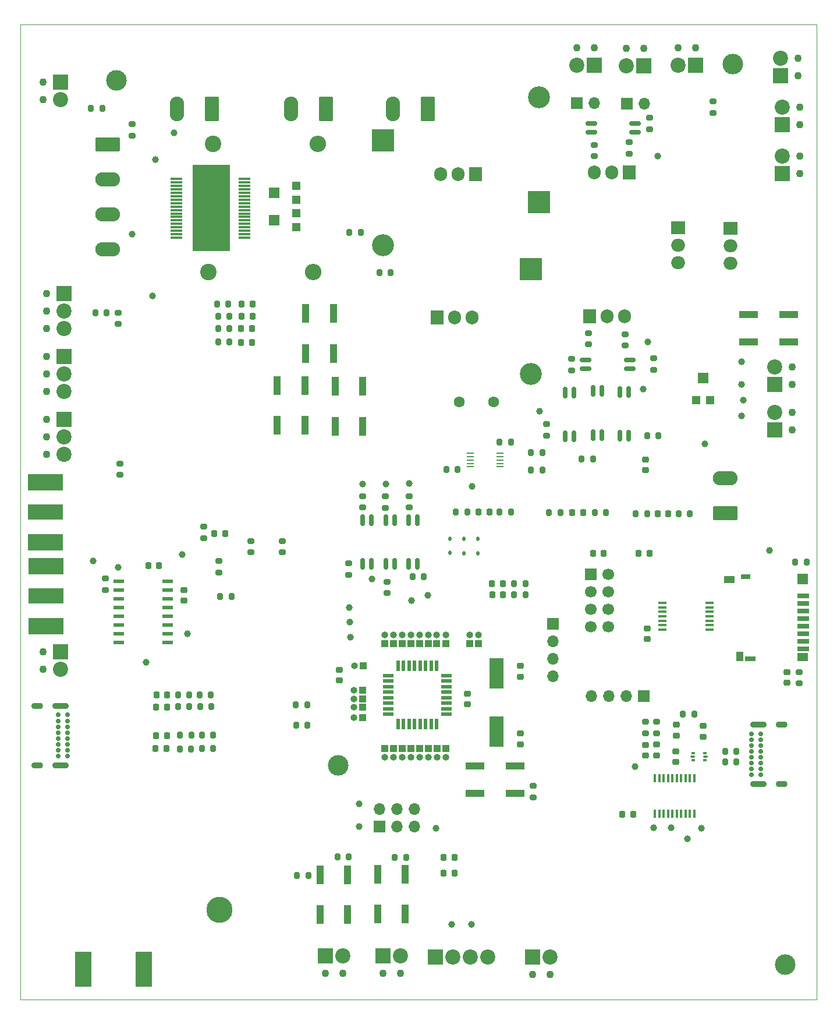
<source format=gbr>
%TF.GenerationSoftware,KiCad,Pcbnew,8.0.1*%
%TF.CreationDate,2024-08-10T17:13:53+02:00*%
%TF.ProjectId,Tracker,54726163-6b65-4722-9e6b-696361645f70,rev?*%
%TF.SameCoordinates,PX5aa5910PY998aa40*%
%TF.FileFunction,Soldermask,Top*%
%TF.FilePolarity,Negative*%
%FSLAX46Y46*%
G04 Gerber Fmt 4.6, Leading zero omitted, Abs format (unit mm)*
G04 Created by KiCad (PCBNEW 8.0.1) date 2024-08-10 17:13:53*
%MOMM*%
%LPD*%
G01*
G04 APERTURE LIST*
G04 Aperture macros list*
%AMRoundRect*
0 Rectangle with rounded corners*
0 $1 Rounding radius*
0 $2 $3 $4 $5 $6 $7 $8 $9 X,Y pos of 4 corners*
0 Add a 4 corners polygon primitive as box body*
4,1,4,$2,$3,$4,$5,$6,$7,$8,$9,$2,$3,0*
0 Add four circle primitives for the rounded corners*
1,1,$1+$1,$2,$3*
1,1,$1+$1,$4,$5*
1,1,$1+$1,$6,$7*
1,1,$1+$1,$8,$9*
0 Add four rect primitives between the rounded corners*
20,1,$1+$1,$2,$3,$4,$5,0*
20,1,$1+$1,$4,$5,$6,$7,0*
20,1,$1+$1,$6,$7,$8,$9,0*
20,1,$1+$1,$8,$9,$2,$3,0*%
G04 Aperture macros list end*
%ADD10RoundRect,0.200000X-0.275000X0.200000X-0.275000X-0.200000X0.275000X-0.200000X0.275000X0.200000X0*%
%ADD11RoundRect,0.218750X-0.218750X-0.256250X0.218750X-0.256250X0.218750X0.256250X-0.218750X0.256250X0*%
%ADD12RoundRect,0.200000X0.200000X0.275000X-0.200000X0.275000X-0.200000X-0.275000X0.200000X-0.275000X0*%
%ADD13C,1.100000*%
%ADD14R,2.200000X2.200000*%
%ADD15C,2.200000*%
%ADD16C,1.000000*%
%ADD17R,5.080000X2.290000*%
%ADD18R,5.080000X2.420000*%
%ADD19R,1.000000X1.000000*%
%ADD20O,1.000000X1.000000*%
%ADD21R,1.000000X2.800000*%
%ADD22RoundRect,0.150000X0.662500X0.150000X-0.662500X0.150000X-0.662500X-0.150000X0.662500X-0.150000X0*%
%ADD23RoundRect,0.200000X0.275000X-0.200000X0.275000X0.200000X-0.275000X0.200000X-0.275000X-0.200000X0*%
%ADD24R,1.200000X0.400000*%
%ADD25RoundRect,0.249999X0.790001X1.550001X-0.790001X1.550001X-0.790001X-1.550001X0.790001X-1.550001X0*%
%ADD26O,2.080000X3.600000*%
%ADD27RoundRect,0.200000X-0.200000X-0.275000X0.200000X-0.275000X0.200000X0.275000X-0.200000X0.275000X0*%
%ADD28R,1.700000X1.700000*%
%ADD29O,1.700000X1.700000*%
%ADD30R,1.750000X0.700000*%
%ADD31R,1.000000X1.450000*%
%ADD32R,1.550000X1.000000*%
%ADD33R,1.500000X0.800000*%
%ADD34R,1.500000X1.300000*%
%ADD35R,1.500000X1.500000*%
%ADD36R,1.400000X0.800000*%
%ADD37RoundRect,0.249999X1.550001X-0.790001X1.550001X0.790001X-1.550001X0.790001X-1.550001X-0.790001X0*%
%ADD38O,3.600000X2.080000*%
%ADD39RoundRect,0.112500X-0.112500X0.187500X-0.112500X-0.187500X0.112500X-0.187500X0.112500X0.187500X0*%
%ADD40RoundRect,0.225000X-0.250000X0.225000X-0.250000X-0.225000X0.250000X-0.225000X0.250000X0.225000X0*%
%ADD41R,3.200000X3.200000*%
%ADD42O,3.200000X3.200000*%
%ADD43RoundRect,0.218750X-0.256250X0.218750X-0.256250X-0.218750X0.256250X-0.218750X0.256250X0.218750X0*%
%ADD44R,1.700000X0.350000*%
%ADD45R,5.394000X12.598400*%
%ADD46C,1.700000*%
%ADD47C,1.600000*%
%ADD48R,1.600000X0.550000*%
%ADD49R,0.550000X1.600000*%
%ADD50R,1.905000X2.000000*%
%ADD51O,1.905000X2.000000*%
%ADD52RoundRect,0.218750X0.218750X0.256250X-0.218750X0.256250X-0.218750X-0.256250X0.218750X-0.256250X0*%
%ADD53R,1.200000X1.200000*%
%ADD54R,1.500000X1.600000*%
%ADD55R,2.000000X4.500000*%
%ADD56RoundRect,0.225000X0.250000X-0.225000X0.250000X0.225000X-0.250000X0.225000X-0.250000X-0.225000X0*%
%ADD57C,2.400000*%
%ADD58O,2.400000X2.400000*%
%ADD59RoundRect,0.093750X-0.156250X-0.093750X0.156250X-0.093750X0.156250X0.093750X-0.156250X0.093750X0*%
%ADD60RoundRect,0.075000X-0.250000X-0.075000X0.250000X-0.075000X0.250000X0.075000X-0.250000X0.075000X0*%
%ADD61C,3.000000*%
%ADD62R,1.100000X0.250000*%
%ADD63RoundRect,0.150000X0.150000X-0.662500X0.150000X0.662500X-0.150000X0.662500X-0.150000X-0.662500X0*%
%ADD64R,2.800000X1.000000*%
%ADD65RoundRect,0.150000X-0.662500X-0.150000X0.662500X-0.150000X0.662500X0.150000X-0.662500X0.150000X0*%
%ADD66RoundRect,0.225000X0.225000X0.250000X-0.225000X0.250000X-0.225000X-0.250000X0.225000X-0.250000X0*%
%ADD67RoundRect,0.225000X-0.225000X-0.250000X0.225000X-0.250000X0.225000X0.250000X-0.225000X0.250000X0*%
%ADD68R,2.000000X1.905000*%
%ADD69O,2.000000X1.905000*%
%ADD70C,0.700000*%
%ADD71O,2.400000X0.900000*%
%ADD72O,1.700000X0.900000*%
%ADD73R,1.500000X0.600000*%
%ADD74R,1.600000X1.500000*%
%ADD75RoundRect,0.249999X-1.550001X0.790001X-1.550001X-0.790001X1.550001X-0.790001X1.550001X0.790001X0*%
%ADD76R,0.400000X1.200000*%
%ADD77RoundRect,0.218750X0.256250X-0.218750X0.256250X0.218750X-0.256250X0.218750X-0.256250X-0.218750X0*%
%ADD78R,2.420000X5.080000*%
%ADD79C,3.800000*%
%TA.AperFunction,Profile*%
%ADD80C,0.100000*%
%TD*%
G04 APERTURE END LIST*
D10*
%TO.C,R10*%
X28875000Y63675000D03*
X28875000Y62025000D03*
%TD*%
D11*
%TO.C,D20*%
X61525000Y18275000D03*
X63100000Y18275000D03*
%TD*%
D12*
%TO.C,R53*%
X47750000Y20675000D03*
X46100000Y20675000D03*
%TD*%
D13*
%TO.C,J27*%
X98225000Y138265000D03*
X95685000Y138265000D03*
D14*
X98225000Y135725000D03*
D15*
X95685000Y135725000D03*
%TD*%
D16*
%TO.C,T10*%
X18270000Y49000000D03*
%TD*%
D10*
%TO.C,R88*%
X56500000Y73100000D03*
X56500000Y71450000D03*
%TD*%
D12*
%TO.C,R19*%
X98001000Y41391000D03*
X96351000Y41391000D03*
%TD*%
D16*
%TO.C,T6*%
X75500000Y85470000D03*
%TD*%
D17*
%TO.C,J20*%
X3650000Y70770000D03*
D18*
X3650000Y75150000D03*
X3650000Y66390000D03*
%TD*%
D11*
%TO.C,D2*%
X19725000Y42450000D03*
X21300000Y42450000D03*
%TD*%
D19*
%TO.C,JP10*%
X55520000Y51695000D03*
D20*
X55520000Y52965000D03*
%TD*%
D16*
%TO.C,T41*%
X10550000Y63650000D03*
%TD*%
%TO.C,T44*%
X105102000Y87086000D03*
%TD*%
D21*
%TO.C,SW3*%
X41350000Y89200000D03*
X41350000Y83400000D03*
X37350000Y89200000D03*
X37350000Y83400000D03*
%TD*%
D22*
%TO.C,U6*%
X89387500Y125990000D03*
X89387500Y127260000D03*
X83012500Y127260000D03*
X83012500Y125990000D03*
%TD*%
D19*
%TO.C,JP23*%
X61870000Y36455000D03*
D20*
X61870000Y35185000D03*
%TD*%
D19*
%TO.C,JP19*%
X56790000Y36455000D03*
D20*
X56790000Y35185000D03*
%TD*%
D23*
%TO.C,R54*%
X90916000Y38651000D03*
X90916000Y40301000D03*
%TD*%
D24*
%TO.C,U18*%
X100250000Y53700000D03*
X100250000Y54350000D03*
X100250000Y55000000D03*
X100250000Y55650000D03*
X100250000Y56300000D03*
X100250000Y56950000D03*
X100250000Y57600000D03*
X93350000Y57600000D03*
X93350000Y56950000D03*
X93350000Y56300000D03*
X93350000Y55650000D03*
X93350000Y55000000D03*
X93350000Y54350000D03*
X93350000Y53700000D03*
%TD*%
D25*
%TO.C,J26*%
X27865000Y129422500D03*
D26*
X22785000Y129422500D03*
%TD*%
D27*
%TO.C,R16*%
X22900000Y42500000D03*
X24550000Y42500000D03*
%TD*%
D28*
%TO.C,J4*%
X77416000Y54574000D03*
D29*
X77416000Y52034000D03*
X77416000Y49494000D03*
X77416000Y46954000D03*
%TD*%
D11*
%TO.C,D24*%
X19712500Y38300000D03*
X21287500Y38300000D03*
%TD*%
D30*
%TO.C,J37*%
X113875000Y58600000D03*
X113875000Y57500000D03*
X113875000Y56400000D03*
X113875000Y55300000D03*
X113875000Y54200000D03*
X113875000Y53100000D03*
X113875000Y52000000D03*
X113875000Y50900000D03*
D31*
X104650000Y49775000D03*
D32*
X103075000Y61000000D03*
D33*
X106150000Y49450000D03*
D34*
X113750000Y49700000D03*
D35*
X113750000Y61050000D03*
D36*
X105500000Y61400000D03*
%TD*%
D37*
%TO.C,J6*%
X102522500Y70660000D03*
D38*
X102522500Y75740000D03*
%TD*%
D27*
%TO.C,R91*%
X95704000Y70576000D03*
X97354000Y70576000D03*
%TD*%
D12*
%TO.C,R38*%
X30370500Y99278000D03*
X28720500Y99278000D03*
%TD*%
D16*
%TO.C,T31*%
X56550000Y74975000D03*
%TD*%
D21*
%TO.C,SW5*%
X43600000Y12275000D03*
X43600000Y18075000D03*
X47600000Y12275000D03*
X47600000Y18075000D03*
%TD*%
D13*
%TO.C,J21*%
X44360000Y3735000D03*
X46900000Y3735000D03*
D14*
X44360000Y6275000D03*
D15*
X46900000Y6275000D03*
%TD*%
D10*
%TO.C,R40*%
X87940000Y96650000D03*
X87940000Y95000000D03*
%TD*%
D27*
%TO.C,R25*%
X71800000Y58800000D03*
X73450000Y58800000D03*
%TD*%
D39*
%TO.C,D4*%
X62450000Y66950000D03*
X62450000Y64850000D03*
%TD*%
D19*
%TO.C,JP9*%
X56790000Y51695000D03*
D20*
X56790000Y52965000D03*
%TD*%
D12*
%TO.C,R67*%
X104149000Y36032000D03*
X102499000Y36032000D03*
%TD*%
D40*
%TO.C,C38*%
X111500000Y47525000D03*
X111500000Y45975000D03*
%TD*%
D10*
%TO.C,R34*%
X88530000Y124560000D03*
X88530000Y122910000D03*
%TD*%
D41*
%TO.C,D6*%
X52760000Y124857500D03*
D42*
X52760000Y109617500D03*
%TD*%
D19*
%TO.C,JP28*%
X61895400Y51695000D03*
D20*
X61895400Y52965000D03*
%TD*%
D43*
%TO.C,D27*%
X92556000Y36986000D03*
X92556000Y35411000D03*
%TD*%
D44*
%TO.C,IC1*%
X22679000Y119192000D03*
X22679000Y118692000D03*
X22679000Y118192000D03*
X22679000Y117692000D03*
X22679000Y117192000D03*
X22679000Y116692000D03*
X22679000Y116192000D03*
X22679000Y115692000D03*
X22679000Y115192000D03*
X22679000Y114692000D03*
X22679000Y114192000D03*
X22679000Y113692000D03*
X22679000Y113192000D03*
X22679000Y112692000D03*
X22679000Y112192000D03*
X22679000Y111692000D03*
X22679000Y111192000D03*
X22679000Y110692000D03*
X32544000Y110692000D03*
X32544000Y111192000D03*
X32544000Y111692000D03*
X32544000Y112192000D03*
X32544000Y112692000D03*
X32544000Y113192000D03*
X32544000Y113692000D03*
X32544000Y114192000D03*
X32544000Y114692000D03*
X32544000Y115192000D03*
X32544000Y115692000D03*
X32544000Y116192000D03*
X32544000Y116692000D03*
X32544000Y117192000D03*
X32544000Y117692000D03*
X32544000Y118192000D03*
X32544000Y118692000D03*
X32544000Y119192000D03*
D45*
X27708500Y114992800D03*
%TD*%
D21*
%TO.C,SW1*%
X45500000Y99675000D03*
X45500000Y93875000D03*
X41500000Y99675000D03*
X41500000Y93875000D03*
%TD*%
D27*
%TO.C,R59*%
X10868000Y99786000D03*
X12518000Y99786000D03*
%TD*%
D28*
%TO.C,U14*%
X82960000Y61740000D03*
D46*
X85500000Y61740000D03*
X82960000Y59200000D03*
X85500000Y59200000D03*
X82960000Y56660000D03*
X85500000Y56660000D03*
X82960000Y54120000D03*
X85500000Y54120000D03*
%TD*%
D19*
%TO.C,JP18*%
X55520000Y36455000D03*
D20*
X55520000Y35185000D03*
%TD*%
D47*
%TO.C,C19*%
X63775000Y86800000D03*
X68775000Y86800000D03*
%TD*%
D12*
%TO.C,R62*%
X64970000Y70830000D03*
X63320000Y70830000D03*
%TD*%
D27*
%TO.C,R108*%
X74242000Y79436000D03*
X75892000Y79436000D03*
%TD*%
D48*
%TO.C,U15*%
X61970000Y41415000D03*
X61970000Y42215000D03*
X61970000Y43015000D03*
X61970000Y43815000D03*
X61970000Y44615000D03*
X61970000Y45415000D03*
X61970000Y46215000D03*
X61970000Y47015000D03*
D49*
X60520000Y48465000D03*
X59720000Y48465000D03*
X58920000Y48465000D03*
X58120000Y48465000D03*
X57320000Y48465000D03*
X56520000Y48465000D03*
X55720000Y48465000D03*
X54920000Y48465000D03*
D48*
X53470000Y47015000D03*
X53470000Y46215000D03*
X53470000Y45415000D03*
X53470000Y44615000D03*
X53470000Y43815000D03*
X53470000Y43015000D03*
X53470000Y42215000D03*
X53470000Y41415000D03*
D49*
X54920000Y39965000D03*
X55720000Y39965000D03*
X56520000Y39965000D03*
X57320000Y39965000D03*
X58120000Y39965000D03*
X58920000Y39965000D03*
X59720000Y39965000D03*
X60520000Y39965000D03*
%TD*%
D50*
%TO.C,Q5*%
X66165000Y119932500D03*
D51*
X63625000Y119932500D03*
X61085000Y119932500D03*
%TD*%
D16*
%TO.C,T42*%
X16225000Y111200000D03*
%TD*%
D52*
%TO.C,D10*%
X33753500Y101056000D03*
X32178500Y101056000D03*
%TD*%
D16*
%TO.C,T17*%
X89390000Y33800000D03*
%TD*%
%TO.C,T51*%
X104848000Y84800000D03*
%TD*%
D13*
%TO.C,J36*%
X112214000Y82768000D03*
X112214000Y85308000D03*
D14*
X109674000Y82768000D03*
D15*
X109674000Y85308000D03*
%TD*%
D27*
%TO.C,R23*%
X81625000Y78525000D03*
X83275000Y78525000D03*
%TD*%
D10*
%TO.C,R87*%
X53100000Y73075000D03*
X53100000Y71425000D03*
%TD*%
%TO.C,R86*%
X53286000Y60670000D03*
X53286000Y59020000D03*
%TD*%
D53*
%TO.C,RV2*%
X40150000Y116175000D03*
D54*
X36900000Y117175000D03*
D53*
X40150000Y118175000D03*
%TD*%
D55*
%TO.C,Y1*%
X69220000Y47390000D03*
X69220000Y38890000D03*
%TD*%
D52*
%TO.C,D18*%
X68197000Y70830000D03*
X66622000Y70830000D03*
%TD*%
D56*
%TO.C,C24*%
X95426000Y38311000D03*
X95426000Y39861000D03*
%TD*%
D19*
%TO.C,JP1*%
X49730000Y44922000D03*
D20*
X48460000Y44922000D03*
%TD*%
D40*
%TO.C,C6*%
X72720000Y48415000D03*
X72720000Y46865000D03*
%TD*%
D27*
%TO.C,R15*%
X26100000Y42500000D03*
X27750000Y42500000D03*
%TD*%
D12*
%TO.C,R26*%
X30375000Y95500000D03*
X28725000Y95500000D03*
%TD*%
D10*
%TO.C,R89*%
X49750000Y73100000D03*
X49750000Y71450000D03*
%TD*%
D19*
%TO.C,JP27*%
X60498400Y51695000D03*
D20*
X60498400Y52965000D03*
%TD*%
D23*
%TO.C,R28*%
X92125000Y91500000D03*
X92125000Y93150000D03*
%TD*%
D57*
%TO.C,R80*%
X27975000Y124275000D03*
D58*
X43215000Y124275000D03*
%TD*%
D28*
%TO.C,JP8*%
X80885000Y130200000D03*
D29*
X83425000Y130200000D03*
%TD*%
D19*
%TO.C,JP3*%
X49730000Y43652000D03*
D20*
X48460000Y43652000D03*
%TD*%
D13*
%TO.C,J35*%
X112214000Y89372000D03*
X112214000Y91912000D03*
D14*
X109674000Y89372000D03*
D15*
X109674000Y91912000D03*
%TD*%
D12*
%TO.C,R12*%
X41725000Y39825000D03*
X40075000Y39825000D03*
%TD*%
D11*
%TO.C,D9*%
X32100000Y95475000D03*
X33675000Y95475000D03*
%TD*%
D16*
%TO.C,T26*%
X56850000Y57950000D03*
%TD*%
D23*
%TO.C,R46*%
X74575000Y29325000D03*
X74575000Y30975000D03*
%TD*%
%TO.C,R35*%
X83425000Y122525000D03*
X83425000Y124175000D03*
%TD*%
D16*
%TO.C,T13*%
X91260000Y95530000D03*
%TD*%
D12*
%TO.C,R30*%
X92800000Y81900000D03*
X91150000Y81900000D03*
%TD*%
%TO.C,R68*%
X104149000Y34508000D03*
X102499000Y34508000D03*
%TD*%
D19*
%TO.C,JP14*%
X49728800Y42424000D03*
D20*
X48458800Y42424000D03*
%TD*%
D59*
%TO.C,U20*%
X97814000Y35778000D03*
D60*
X97739000Y35240500D03*
D59*
X97814000Y34703000D03*
X99514000Y34703000D03*
D60*
X99589000Y35240500D03*
D59*
X99514000Y35778000D03*
%TD*%
D10*
%TO.C,R84*%
X47698000Y63336000D03*
X47698000Y61686000D03*
%TD*%
D27*
%TO.C,R73*%
X23199406Y38340000D03*
X24849406Y38340000D03*
%TD*%
D61*
%TO.C,H3*%
X111198000Y5044000D03*
%TD*%
D13*
%TO.C,J23*%
X90675000Y138215000D03*
X88135000Y138215000D03*
D14*
X90675000Y135675000D03*
D15*
X88135000Y135675000D03*
%TD*%
D16*
%TO.C,T9*%
X24280000Y53090000D03*
%TD*%
D62*
%TO.C,U28*%
X65437000Y79366000D03*
X65437000Y78866000D03*
X65437000Y78366000D03*
X65437000Y77866000D03*
X65437000Y77366000D03*
X69737000Y77366000D03*
X69737000Y77866000D03*
X69737000Y78366000D03*
X69737000Y78866000D03*
X69737000Y79366000D03*
%TD*%
D27*
%TO.C,R47*%
X83500000Y70677500D03*
X85150000Y70677500D03*
%TD*%
D23*
%TO.C,R60*%
X26620000Y67005000D03*
X26620000Y68655000D03*
%TD*%
D27*
%TO.C,R107*%
X40206000Y17998000D03*
X41856000Y17998000D03*
%TD*%
D16*
%TO.C,T28*%
X19600000Y122000000D03*
%TD*%
D63*
%TO.C,U5*%
X83265000Y82012500D03*
X84535000Y82012500D03*
X84535000Y88387500D03*
X83265000Y88387500D03*
%TD*%
D39*
%TO.C,D5*%
X64475000Y66925000D03*
X64475000Y64825000D03*
%TD*%
D16*
%TO.C,T50*%
X99514000Y80736000D03*
%TD*%
D12*
%TO.C,R24*%
X30235000Y101056000D03*
X28585000Y101056000D03*
%TD*%
D17*
%TO.C,J2*%
X3690000Y58570000D03*
D18*
X3690000Y62950000D03*
X3690000Y54190000D03*
%TD*%
D16*
%TO.C,T45*%
X65590000Y10835000D03*
%TD*%
D19*
%TO.C,JP22*%
X60600000Y36455000D03*
D20*
X60600000Y35185000D03*
%TD*%
D19*
%TO.C,JP20*%
X58060000Y36455000D03*
D20*
X58060000Y35185000D03*
%TD*%
D64*
%TO.C,SW4*%
X71925000Y29925000D03*
X66125000Y29925000D03*
X71925000Y33925000D03*
X66125000Y33925000D03*
%TD*%
D19*
%TO.C,JP2*%
X58060000Y51695000D03*
D20*
X58060000Y52965000D03*
%TD*%
D65*
%TO.C,U9*%
X82210000Y92880000D03*
X82210000Y91610000D03*
X88585000Y91610000D03*
X88585000Y92880000D03*
%TD*%
D28*
%TO.C,J8*%
X52210000Y25110000D03*
D29*
X52210000Y27650000D03*
X54750000Y25110000D03*
X54750000Y27650000D03*
X57290000Y25110000D03*
X57290000Y27650000D03*
%TD*%
D16*
%TO.C,T36*%
X104848000Y92674000D03*
%TD*%
%TO.C,T16*%
X94616000Y24901000D03*
%TD*%
%TO.C,T30*%
X49800000Y74875000D03*
%TD*%
%TO.C,T2*%
X90600000Y88650000D03*
%TD*%
D19*
%TO.C,JP24*%
X66620000Y51665000D03*
D20*
X66620000Y52935000D03*
%TD*%
D63*
%TO.C,U25*%
X53145000Y63237500D03*
X54415000Y63237500D03*
X54415000Y69612500D03*
X53145000Y69612500D03*
%TD*%
D66*
%TO.C,C3*%
X20140000Y63020000D03*
X18590000Y63020000D03*
%TD*%
D63*
%TO.C,U7*%
X87165000Y81887500D03*
X88435000Y81887500D03*
X88435000Y88262500D03*
X87165000Y88262500D03*
%TD*%
D11*
%TO.C,D12*%
X32090000Y97455000D03*
X33665000Y97455000D03*
%TD*%
D16*
%TO.C,T22*%
X47900000Y54800000D03*
%TD*%
D50*
%TO.C,Q6*%
X82800000Y99220000D03*
D51*
X85340000Y99220000D03*
X87880000Y99220000D03*
%TD*%
D12*
%TO.C,R37*%
X30375000Y97450000D03*
X28725000Y97450000D03*
%TD*%
D67*
%TO.C,C21*%
X89925000Y64775000D03*
X91475000Y64775000D03*
%TD*%
D27*
%TO.C,R50*%
X69670000Y70830000D03*
X71320000Y70830000D03*
%TD*%
D12*
%TO.C,R74*%
X24805000Y36370000D03*
X23155000Y36370000D03*
%TD*%
D23*
%TO.C,R96*%
X14170000Y98136000D03*
X14170000Y99786000D03*
%TD*%
D64*
%TO.C,SW7*%
X105906000Y99532000D03*
X111706000Y99532000D03*
X105906000Y95532000D03*
X111706000Y95532000D03*
%TD*%
D63*
%TO.C,U23*%
X49785000Y63250000D03*
X51055000Y63250000D03*
X51055000Y69625000D03*
X49785000Y69625000D03*
%TD*%
D66*
%TO.C,C28*%
X84800000Y64800000D03*
X83250000Y64800000D03*
%TD*%
D43*
%TO.C,D25*%
X99306000Y39708500D03*
X99306000Y38133500D03*
%TD*%
D52*
%TO.C,D1*%
X29780000Y67660000D03*
X28205000Y67660000D03*
%TD*%
D13*
%TO.C,J19*%
X52700000Y3775000D03*
X55240000Y3775000D03*
D14*
X52700000Y6315000D03*
D15*
X55240000Y6315000D03*
%TD*%
D21*
%TO.C,SW6*%
X51940000Y12375000D03*
X51940000Y18175000D03*
X55940000Y12375000D03*
X55940000Y18175000D03*
%TD*%
D27*
%TO.C,R109*%
X74242000Y76926000D03*
X75892000Y76926000D03*
%TD*%
%TO.C,R94*%
X26039406Y44250000D03*
X27689406Y44250000D03*
%TD*%
D39*
%TO.C,D3*%
X66500000Y66925000D03*
X66500000Y64825000D03*
%TD*%
D19*
%TO.C,JP11*%
X54250000Y51695000D03*
D20*
X54250000Y52965000D03*
%TD*%
D52*
%TO.C,D17*%
X81825000Y70727500D03*
X80250000Y70727500D03*
%TD*%
D16*
%TO.C,T35*%
X104848000Y89372000D03*
%TD*%
D27*
%TO.C,R22*%
X71800000Y60400000D03*
X73450000Y60400000D03*
%TD*%
D14*
%TO.C,J18*%
X60340000Y6135000D03*
D15*
X62880000Y6135000D03*
X65420000Y6135000D03*
X67960000Y6135000D03*
%TD*%
D23*
%TO.C,R104*%
X14440000Y76190000D03*
X14440000Y77840000D03*
%TD*%
D16*
%TO.C,T46*%
X65637000Y74516000D03*
%TD*%
D10*
%TO.C,R31*%
X91470000Y128090000D03*
X91470000Y126440000D03*
%TD*%
D27*
%TO.C,R85*%
X57033000Y61432000D03*
X58683000Y61432000D03*
%TD*%
D13*
%TO.C,J25*%
X83470000Y138260000D03*
X80930000Y138260000D03*
D14*
X83470000Y135720000D03*
D15*
X80930000Y135720000D03*
%TD*%
D10*
%TO.C,R4*%
X12340000Y61140000D03*
X12340000Y59490000D03*
%TD*%
D57*
%TO.C,R79*%
X27305000Y105700000D03*
D58*
X42545000Y105700000D03*
%TD*%
D16*
%TO.C,T32*%
X53150000Y74900000D03*
%TD*%
D13*
%TO.C,J29*%
X113315000Y127092000D03*
X113315000Y129632000D03*
D14*
X110775000Y127092000D03*
D15*
X110775000Y129632000D03*
%TD*%
D25*
%TO.C,J33*%
X59240000Y129397500D03*
D26*
X54160000Y129397500D03*
%TD*%
D13*
%TO.C,J32*%
X3756000Y93436000D03*
X3756000Y90896000D03*
X3756000Y88356000D03*
D14*
X6296000Y93436000D03*
D15*
X6296000Y90896000D03*
X6296000Y88356000D03*
%TD*%
D66*
%TO.C,C41*%
X89113000Y26888000D03*
X87563000Y26888000D03*
%TD*%
D11*
%TO.C,D14*%
X32153000Y99278000D03*
X33728000Y99278000D03*
%TD*%
D10*
%TO.C,R78*%
X113300000Y47550000D03*
X113300000Y45900000D03*
%TD*%
D53*
%TO.C,RV3*%
X40125000Y112200000D03*
D54*
X36875000Y113200000D03*
D53*
X40125000Y114200000D03*
%TD*%
D19*
%TO.C,JP12*%
X52980000Y51695000D03*
D20*
X52980000Y52965000D03*
%TD*%
D16*
%TO.C,T37*%
X108912000Y65242000D03*
%TD*%
D27*
%TO.C,R106*%
X26350000Y36400000D03*
X28000000Y36400000D03*
%TD*%
D19*
%TO.C,JP25*%
X65350000Y51665000D03*
D20*
X65350000Y52935000D03*
%TD*%
D12*
%TO.C,R3*%
X56100000Y20575000D03*
X54450000Y20575000D03*
%TD*%
D16*
%TO.C,T29*%
X22298000Y125948000D03*
%TD*%
D27*
%TO.C,R29*%
X47826000Y111470000D03*
X49476000Y111470000D03*
%TD*%
D68*
%TO.C,Q2*%
X103270000Y112040000D03*
D69*
X103270000Y109500000D03*
X103270000Y106960000D03*
%TD*%
D12*
%TO.C,R111*%
X71320000Y80990000D03*
X69670000Y80990000D03*
%TD*%
D16*
%TO.C,T24*%
X47950000Y52625000D03*
%TD*%
D25*
%TO.C,J7*%
X44455000Y129375000D03*
D26*
X39375000Y129375000D03*
%TD*%
D41*
%TO.C,D15*%
X74270000Y106120000D03*
D42*
X74270000Y90880000D03*
%TD*%
D70*
%TO.C,J3*%
X106350000Y32590000D03*
X106350000Y33440000D03*
X106350000Y34290000D03*
X106350000Y35140000D03*
X106350000Y35990000D03*
X106350000Y36840000D03*
X106350000Y37690000D03*
X106350000Y38540000D03*
X107700000Y38540000D03*
X107700000Y37690000D03*
X107700000Y36840000D03*
X107700000Y35990000D03*
X107700000Y35140000D03*
X107700000Y34290000D03*
X107700000Y33440000D03*
X107700000Y32590000D03*
D71*
X107330000Y31240000D03*
D72*
X110710000Y31240000D03*
D71*
X107330000Y39890000D03*
D72*
X110710000Y39890000D03*
%TD*%
D56*
%TO.C,C5*%
X72720000Y37040000D03*
X72720000Y38590000D03*
%TD*%
D19*
%TO.C,JP21*%
X59330000Y36455000D03*
D20*
X59330000Y35185000D03*
%TD*%
D52*
%TO.C,D7*%
X70137500Y60400000D03*
X68562500Y60400000D03*
%TD*%
D27*
%TO.C,R105*%
X29050000Y58500000D03*
X30700000Y58500000D03*
%TD*%
D56*
%TO.C,C39*%
X91200000Y52350000D03*
X91200000Y53900000D03*
%TD*%
D70*
%TO.C,J5*%
X6825000Y41300000D03*
X6825000Y40450000D03*
X6825000Y39600000D03*
X6825000Y38750000D03*
X6825000Y37900000D03*
X6825000Y37050000D03*
X6825000Y36200000D03*
X6825000Y35350000D03*
X5475000Y35350000D03*
X5475000Y36200000D03*
X5475000Y37050000D03*
X5475000Y37900000D03*
X5475000Y38750000D03*
X5475000Y39600000D03*
X5475000Y40450000D03*
X5475000Y41300000D03*
D71*
X5845000Y42650000D03*
D72*
X2465000Y42650000D03*
D71*
X5845000Y34000000D03*
D72*
X2465000Y34000000D03*
%TD*%
D12*
%TO.C,R90*%
X91132000Y70576000D03*
X89482000Y70576000D03*
%TD*%
D61*
%TO.C,H4*%
X103600000Y135950000D03*
%TD*%
D16*
%TO.C,T14*%
X96974000Y23332000D03*
%TD*%
D50*
%TO.C,Q4*%
X88510000Y120180000D03*
D51*
X85970000Y120180000D03*
X83430000Y120180000D03*
%TD*%
D63*
%TO.C,U8*%
X79240000Y81812500D03*
X80510000Y81812500D03*
X80510000Y88187500D03*
X79240000Y88187500D03*
%TD*%
D68*
%TO.C,D13*%
X95690000Y112150000D03*
D69*
X95690000Y109610000D03*
X95690000Y107070000D03*
%TD*%
D13*
%TO.C,J1*%
X3240000Y50480000D03*
X3240000Y47940000D03*
D14*
X5780000Y50480000D03*
D15*
X5780000Y47940000D03*
%TD*%
D19*
%TO.C,JP13*%
X49875000Y48425000D03*
D20*
X48605000Y48425000D03*
%TD*%
D73*
%TO.C,U2*%
X14280000Y60745000D03*
X14280000Y59475000D03*
X14280000Y58205000D03*
X14280000Y56935000D03*
X14280000Y55665000D03*
X14280000Y54395000D03*
X14280000Y53125000D03*
X14280000Y51855000D03*
X21380000Y51855000D03*
X21380000Y53125000D03*
X21380000Y54395000D03*
X21380000Y55665000D03*
X21380000Y56935000D03*
X21380000Y58205000D03*
X21380000Y59475000D03*
X21380000Y60745000D03*
%TD*%
D23*
%TO.C,R41*%
X82600000Y95150000D03*
X82600000Y96800000D03*
%TD*%
D16*
%TO.C,T25*%
X59225000Y58700000D03*
%TD*%
D23*
%TO.C,R63*%
X100720000Y128815000D03*
X100720000Y130465000D03*
%TD*%
D52*
%TO.C,D28*%
X21187500Y36400000D03*
X19612500Y36400000D03*
%TD*%
D61*
%TO.C,H1*%
X13916000Y133568000D03*
%TD*%
D27*
%TO.C,R95*%
X22884406Y44225000D03*
X24534406Y44225000D03*
%TD*%
D16*
%TO.C,T39*%
X92680000Y122540000D03*
%TD*%
D12*
%TO.C,R77*%
X114350000Y63525000D03*
X112700000Y63525000D03*
%TD*%
D63*
%TO.C,U24*%
X56480000Y63250000D03*
X57750000Y63250000D03*
X57750000Y69625000D03*
X56480000Y69625000D03*
%TD*%
D19*
%TO.C,JP26*%
X59330000Y51695000D03*
D20*
X59330000Y52965000D03*
%TD*%
D13*
%TO.C,J22*%
X3248000Y133314000D03*
X3248000Y130774000D03*
D14*
X5788000Y133314000D03*
D15*
X5788000Y130774000D03*
%TD*%
D43*
%TO.C,D26*%
X90896000Y36976000D03*
X90896000Y35401000D03*
%TD*%
D53*
%TO.C,RV1*%
X98267000Y87064000D03*
D74*
X99267000Y90314000D03*
D53*
X100267000Y87064000D03*
%TD*%
D13*
%TO.C,J11*%
X74500000Y3570000D03*
X77040000Y3570000D03*
D14*
X74500000Y6110000D03*
D15*
X77040000Y6110000D03*
%TD*%
D16*
%TO.C,T43*%
X62740000Y10860000D03*
%TD*%
D56*
%TO.C,C23*%
X95316000Y34461000D03*
X95316000Y36011000D03*
%TD*%
D28*
%TO.C,J9*%
X90640000Y44050000D03*
D29*
X88100000Y44050000D03*
X85560000Y44050000D03*
X83020000Y44050000D03*
%TD*%
D40*
%TO.C,C22*%
X64970000Y44427000D03*
X64970000Y42877000D03*
%TD*%
D27*
%TO.C,R21*%
X52205000Y105610000D03*
X53855000Y105610000D03*
%TD*%
D10*
%TO.C,R113*%
X38075000Y66600000D03*
X38075000Y64950000D03*
%TD*%
D16*
%TO.C,T11*%
X14240000Y62770000D03*
%TD*%
D10*
%TO.C,R45*%
X80130000Y93050000D03*
X80130000Y91400000D03*
%TD*%
D41*
%TO.C,D11*%
X75420000Y115810000D03*
D42*
X75420000Y131050000D03*
%TD*%
D16*
%TO.C,T20*%
X49222000Y25110000D03*
%TD*%
D10*
%TO.C,R102*%
X33474000Y66575000D03*
X33474000Y64925000D03*
%TD*%
D13*
%TO.C,J30*%
X113061000Y134204000D03*
X113061000Y136744000D03*
D14*
X110521000Y134204000D03*
D15*
X110521000Y136744000D03*
%TD*%
D28*
%TO.C,JP29*%
X88185000Y130125000D03*
D29*
X90725000Y130125000D03*
%TD*%
D40*
%TO.C,C2*%
X23790000Y59480000D03*
X23790000Y57930000D03*
%TD*%
D16*
%TO.C,T15*%
X99006000Y24856000D03*
%TD*%
D12*
%TO.C,R11*%
X41675000Y42750000D03*
X40025000Y42750000D03*
%TD*%
D27*
%TO.C,R72*%
X26359406Y38340000D03*
X28009406Y38340000D03*
%TD*%
D12*
%TO.C,R110*%
X63572000Y76956000D03*
X61922000Y76956000D03*
%TD*%
D13*
%TO.C,J31*%
X3756000Y84292000D03*
X3756000Y81752000D03*
X3756000Y79212000D03*
D14*
X6296000Y84292000D03*
D15*
X6296000Y81752000D03*
X6296000Y79212000D03*
%TD*%
D10*
%TO.C,R103*%
X16250000Y127150000D03*
X16250000Y125500000D03*
%TD*%
D16*
%TO.C,T3*%
X19225000Y102175000D03*
%TD*%
D52*
%TO.C,D33*%
X94231000Y70576000D03*
X92656000Y70576000D03*
%TD*%
D12*
%TO.C,R64*%
X11884000Y129504000D03*
X10234000Y129504000D03*
%TD*%
D16*
%TO.C,T23*%
X47800000Y56950000D03*
%TD*%
%TO.C,T21*%
X49222000Y28412000D03*
%TD*%
D50*
%TO.C,Q7*%
X60576800Y99090800D03*
D51*
X63116800Y99090800D03*
X65656800Y99090800D03*
%TD*%
D11*
%TO.C,D34*%
X19759406Y44185000D03*
X21334406Y44185000D03*
%TD*%
D19*
%TO.C,JP17*%
X54250000Y36455000D03*
D20*
X54250000Y35185000D03*
%TD*%
D75*
%TO.C,J16*%
X12646000Y124200000D03*
D38*
X12646000Y119120000D03*
X12646000Y114040000D03*
X12646000Y108960000D03*
%TD*%
D23*
%TO.C,R20*%
X76550000Y81925000D03*
X76550000Y83575000D03*
%TD*%
D40*
%TO.C,C29*%
X46400000Y47900000D03*
X46400000Y46350000D03*
%TD*%
D16*
%TO.C,T27*%
X51100000Y61050000D03*
%TD*%
D13*
%TO.C,J12*%
X3756000Y102580000D03*
X3756000Y100040000D03*
X3756000Y97500000D03*
D14*
X6296000Y102580000D03*
D15*
X6296000Y100040000D03*
X6296000Y97500000D03*
%TD*%
D76*
%TO.C,U19*%
X92296000Y26941000D03*
X92931000Y26941000D03*
X93566000Y26941000D03*
X94201000Y26941000D03*
X94836000Y26941000D03*
X95471000Y26941000D03*
X96106000Y26941000D03*
X96741000Y26941000D03*
X97376000Y26941000D03*
X98011000Y26941000D03*
X98011000Y32141000D03*
X97376000Y32141000D03*
X96741000Y32141000D03*
X96106000Y32141000D03*
X95471000Y32141000D03*
X94836000Y32141000D03*
X94201000Y32141000D03*
X93566000Y32141000D03*
X92931000Y32141000D03*
X92296000Y32141000D03*
%TD*%
D21*
%TO.C,SW2*%
X49800000Y89050000D03*
X49800000Y83250000D03*
X45800000Y89050000D03*
X45800000Y83250000D03*
%TD*%
D16*
%TO.C,T12*%
X23490000Y64640000D03*
%TD*%
D19*
%TO.C,JP15*%
X49730000Y40900000D03*
D20*
X48460000Y40900000D03*
%TD*%
D23*
%TO.C,R55*%
X92546000Y38661000D03*
X92546000Y40311000D03*
%TD*%
D12*
%TO.C,R61*%
X78510000Y70750000D03*
X76860000Y70750000D03*
%TD*%
D13*
%TO.C,J28*%
X113315000Y119980000D03*
X113315000Y122520000D03*
D14*
X110775000Y119980000D03*
D15*
X110775000Y122520000D03*
%TD*%
D11*
%TO.C,D21*%
X61525000Y20600000D03*
X63100000Y20600000D03*
%TD*%
D16*
%TO.C,T19*%
X60398000Y24856000D03*
%TD*%
D77*
%TO.C,L12*%
X90878000Y76875000D03*
X90878000Y78450000D03*
%TD*%
D16*
%TO.C,T18*%
X92066000Y24926000D03*
%TD*%
D52*
%TO.C,D8*%
X70187500Y58750000D03*
X68612500Y58750000D03*
%TD*%
D19*
%TO.C,JP16*%
X52980000Y36455000D03*
D20*
X52980000Y35185000D03*
%TD*%
D61*
%TO.C,H2*%
X46174000Y34000000D03*
%TD*%
D78*
%TO.C,J10*%
X9150000Y4310000D03*
X17910000Y4310000D03*
%TD*%
D79*
%TO.C,AE1*%
X28950000Y12950000D03*
%TD*%
D80*
X-38155Y141677480D02*
X115800000Y141677480D01*
X115800000Y-22520D01*
X-38155Y-22520D01*
X-38155Y141677480D01*
M02*

</source>
